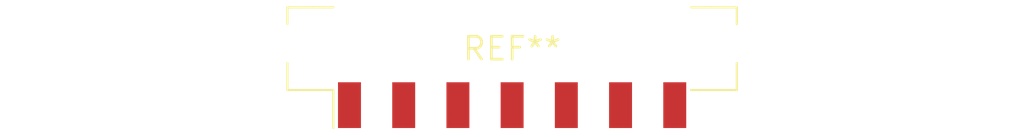
<source format=kicad_pcb>
(kicad_pcb (version 20240108) (generator pcbnew)
  (layers (0 "F.Cu" signal) (31 "B.Cu" signal) (34 "B.Paste" user) (35 "F.Paste" user) (36 "B.SilkS" user "B.Silkscreen") (37 "F.SilkS" user "F.Silkscreen") (38 "B.Mask" user) (39 "F.Mask" user) (44 "Edge.Cuts" user))
  (net 0 "")
  (footprint "Molex_Micro-Fit_3.0_43650-0721_1x07_P3.00mm_Vertical" (layer "F.Cu") (at 0 0)
    (property "Reference" "REF**")
    (property "Value" "Molex_Micro-Fit_3.0_43650-0721_1x07_P3.00mm_Vertical")
    (fp_line (start -12.435 -2.295) (end -11.015 -2.295) (layer "F.SilkS") (stroke (width 0.12)))
    (fp_line (start -12.435 -1.37) (end -12.435 -2.295) (layer "F.SilkS") (stroke (width 0.12)))
    (fp_line (start -12.435 0.8) (end -12.435 2.295) (layer "F.SilkS") (stroke (width 0.12)))
    (fp_line (start -12.435 2.295) (end -9.895 2.295) (layer "F.SilkS") (stroke (width 0.12)))
    (fp_line (start -11.015 -2.295) (end -11.015 -2.295) (layer "F.SilkS") (stroke (width 0.12)))
    (fp_line (start -11.015 -2.295) (end -9.895 -2.295) (layer "F.SilkS") (stroke (width 0.12)))
    (fp_line (start -9.895 2.295) (end -9.895 4.405) (layer "F.SilkS") (stroke (width 0.12)))
    (fp_line (start 11.015 -2.295) (end 9.895 -2.295) (layer "F.SilkS") (stroke (width 0.12)))
    (fp_line (start 11.015 -2.295) (end 11.015 -2.295) (layer "F.SilkS") (stroke (width 0.12)))
    (fp_line (start 12.435 -2.295) (end 11.015 -2.295) (layer "F.SilkS") (stroke (width 0.12)))
    (fp_line (start 12.435 -1.37) (end 12.435 -2.295) (layer "F.SilkS") (stroke (width 0.12)))
    (fp_line (start 12.435 0.8) (end 12.435 2.295) (layer "F.SilkS") (stroke (width 0.12)))
    (fp_line (start 12.435 2.295) (end 9.895 2.295) (layer "F.SilkS") (stroke (width 0.12)))
    (pad "" np_thru_hole circle (at -11.15 -0.285) (size 2.41 2.41) (drill 2.41) (layers *.Cu *.Mask))
    (pad "" np_thru_hole circle (at 11.15 -0.285) (size 2.41 2.41) (drill 2.41) (layers *.Cu *.Mask))
    (pad "1" smd rect (at -9 3.135) (size 1.27 2.54) (layers "F.Cu" "F.Paste" "F.Mask"))
    (pad "2" smd rect (at -6 3.135) (size 1.27 2.54) (layers "F.Cu" "F.Paste" "F.Mask"))
    (pad "3" smd rect (at -3 3.135) (size 1.27 2.54) (layers "F.Cu" "F.Paste" "F.Mask"))
    (pad "4" smd rect (at 0 3.135) (size 1.27 2.54) (layers "F.Cu" "F.Paste" "F.Mask"))
    (pad "5" smd rect (at 3 3.135) (size 1.27 2.54) (layers "F.Cu" "F.Paste" "F.Mask"))
    (pad "6" smd rect (at 6 3.135) (size 1.27 2.54) (layers "F.Cu" "F.Paste" "F.Mask"))
    (pad "7" smd rect (at 9 3.135) (size 1.27 2.54) (layers "F.Cu" "F.Paste" "F.Mask"))
  )
)
</source>
